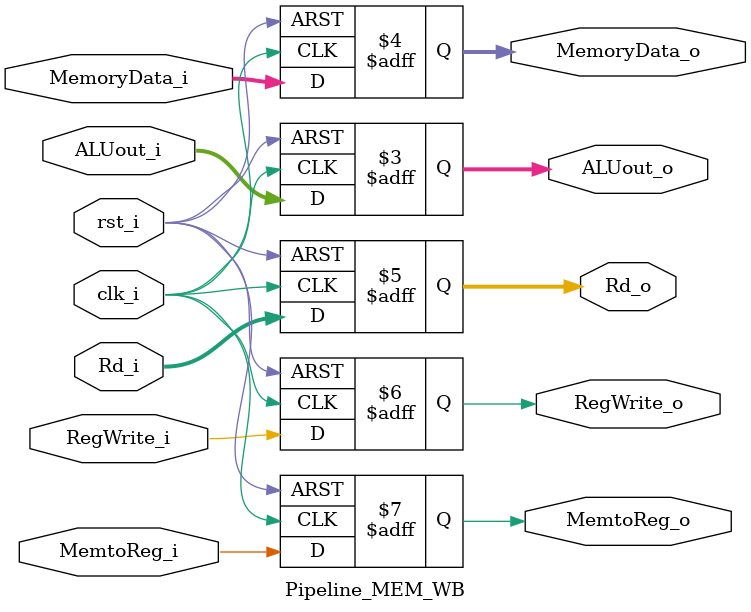
<source format=v>
module Pipeline_MEM_WB(
    clk_i,
    rst_i,
    MemoryData_i,
    ALUout_i,
    Rd_i,
    RegWrite_i,
    MemtoReg_i,

    MemoryData_o,
    ALUout_o,
    Rd_o,
    RegWrite_o,
    MemtoReg_o,
);

    input clk_i, rst_i;
    input [31:0] ALUout_i, MemoryData_i;
    output reg [31:0] ALUout_o, MemoryData_o;

    input [4:0] Rd_i;    
    output reg [4:0] Rd_o;

    input RegWrite_i, MemtoReg_i;
    output reg RegWrite_o, MemtoReg_o;

    always@(posedge clk_i or negedge rst_i)
    if (~rst_i)
    begin
        ALUout_o <= 32'b0;
        MemoryData_o <= 32'b0;
        Rd_o <= 32'b0;
        RegWrite_o <= 0;
        MemtoReg_o <= 0;
    end
    else
    begin
        ALUout_o <= ALUout_i;
        MemoryData_o <= MemoryData_i;
        Rd_o <= Rd_i;
        RegWrite_o <= RegWrite_i;
        MemtoReg_o <= MemtoReg_i;
    end

endmodule
</source>
